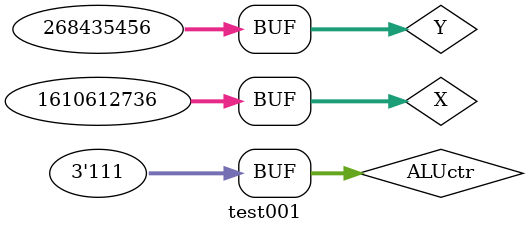
<source format=v>
`timescale 1ns / 1ps


module test001;

	// Inputs
	reg [31:0] X;
	reg [31:0] Y;
	reg [2:0] ALUctr;

	// Outputs
	wire [31:0] R;
	wire Overflow;
	wire Zero;

	// Instantiate the Unit Under Test (UUT)
	ALU uut (
		.X(X), 
		.Y(Y), 
		.ALUctr(ALUctr), 
		.R(R), 
		.Overflow(Overflow), 
		.Zero(Zero)
	);

	initial begin
		// Initialize Inputs
		X = 0;
		Y = 0;
		ALUctr = 0;

		// Wait 100 ns for global reset to finish
		#100;
        
		// Add stimulus here
		X = 0;
		Y = 0;
		ALUctr = 0;

		// Wait 100 ns for global reset to finish
		#50;
        
		// Add stimulus here
		#30;
		X=32'h80000000;
		Y=32'hf0000000;
		ALUctr=3'b001;
		
		#30;
		X=32'h80000000;
		Y=32'hf0000000;
		ALUctr=3'b000;
		
		#30;
		X=32'h80000000;
		Y=32'h10000000;
		ALUctr=3'b101;
		
		#30
		X=32'h80000000;
		Y=32'h10000000;
		ALUctr=3'b100;
		
		#30;
		X=32'h90000000;
		Y=32'ha0000000;
		ALUctr=3'b010;
		
		#30;
		X=32'h80000000;
		Y=32'ha0000000;
		ALUctr=3'b110;
		
		#30;
		X=32'h80000000;
		Y=32'h10000000;
		ALUctr=3'b110;
		
		#30;
		X=32'h80000000;
		Y=32'h10000000;
		ALUctr=3'b111;
		
		#30;
		X=32'h60000000;
		Y=32'h10000000;
		ALUctr=3'b111;//·Ö¿ª·ÂÕæ£¬Ò»´Î×î¶àÈÝÄÉÆß¸ö!!		
	
	end
      
endmodule


</source>
